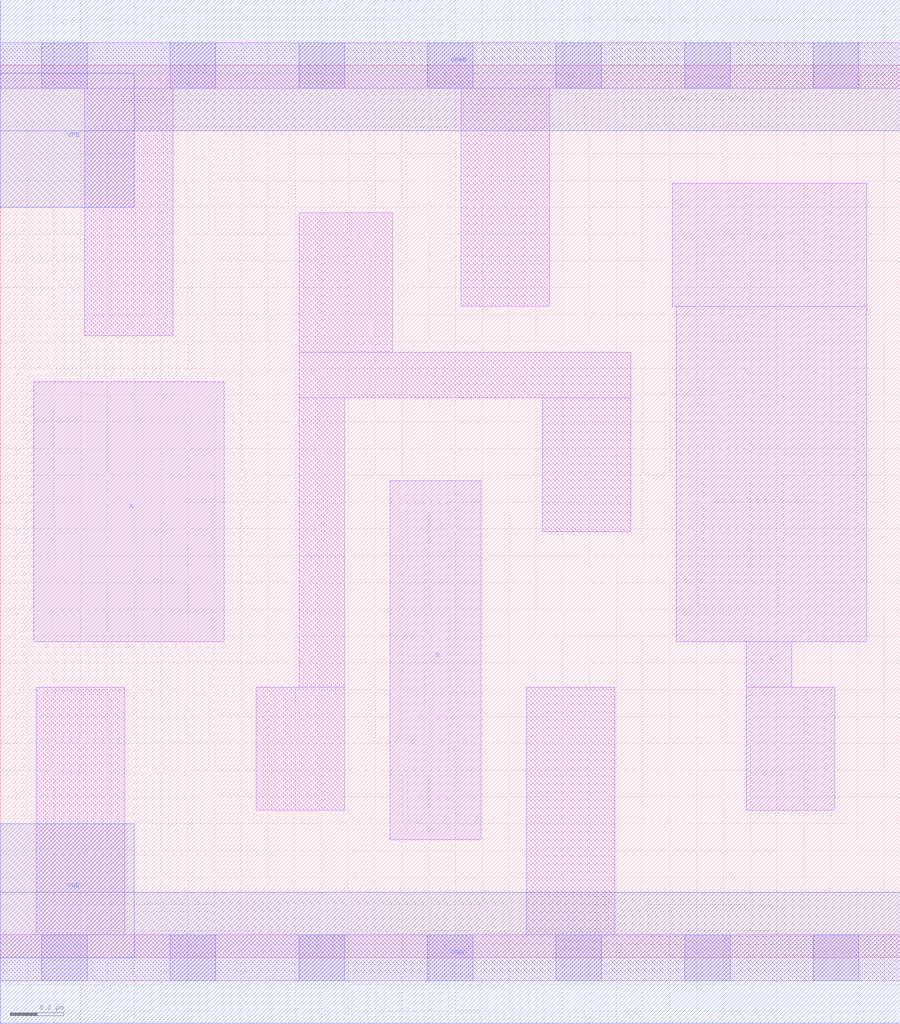
<source format=lef>
# Copyright 2020 The SkyWater PDK Authors
#
# Licensed under the Apache License, Version 2.0 (the "License");
# you may not use this file except in compliance with the License.
# You may obtain a copy of the License at
#
#     https://www.apache.org/licenses/LICENSE-2.0
#
# Unless required by applicable law or agreed to in writing, software
# distributed under the License is distributed on an "AS IS" BASIS,
# WITHOUT WARRANTIES OR CONDITIONS OF ANY KIND, either express or implied.
# See the License for the specific language governing permissions and
# limitations under the License.
#
# SPDX-License-Identifier: Apache-2.0

VERSION 5.5 ;
NAMESCASESENSITIVE ON ;
BUSBITCHARS "[]" ;
DIVIDERCHAR "/" ;
MACRO sky130_fd_sc_lp__or2_lp
  CLASS CORE ;
  SOURCE USER ;
  ORIGIN  0.000000  0.000000 ;
  SIZE  3.360000 BY  3.330000 ;
  SYMMETRY X Y R90 ;
  SITE unit ;
  PIN A
    ANTENNAGATEAREA  0.189000 ;
    DIRECTION INPUT ;
    USE SIGNAL ;
    PORT
      LAYER li1 ;
        RECT 0.125000 1.180000 0.835000 2.150000 ;
    END
  END A
  PIN B
    ANTENNAGATEAREA  0.189000 ;
    DIRECTION INPUT ;
    USE SIGNAL ;
    PORT
      LAYER li1 ;
        RECT 1.455000 0.440000 1.795000 1.780000 ;
    END
  END B
  PIN X
    ANTENNADIFFAREA  0.239400 ;
    DIRECTION OUTPUT ;
    USE SIGNAL ;
    PORT
      LAYER li1 ;
        RECT 2.510000 2.430000 3.235000 2.890000 ;
        RECT 2.525000 1.180000 3.235000 2.430000 ;
        RECT 2.785000 0.550000 3.115000 1.010000 ;
        RECT 2.785000 1.010000 2.955000 1.180000 ;
    END
  END X
  PIN VGND
    DIRECTION INOUT ;
    USE GROUND ;
    PORT
      LAYER met1 ;
        RECT 0.000000 -0.245000 3.360000 0.245000 ;
    END
  END VGND
  PIN VNB
    DIRECTION INOUT ;
    USE GROUND ;
    PORT
    END
  END VNB
  PIN VPB
    DIRECTION INOUT ;
    USE POWER ;
    PORT
    END
  END VPB
  PIN VNB
    DIRECTION INOUT ;
    USE GROUND ;
    PORT
      LAYER met1 ;
        RECT 0.000000 0.000000 0.500000 0.500000 ;
    END
  END VNB
  PIN VPB
    DIRECTION INOUT ;
    USE POWER ;
    PORT
      LAYER met1 ;
        RECT 0.000000 2.800000 0.500000 3.300000 ;
    END
  END VPB
  PIN VPWR
    DIRECTION INOUT ;
    USE POWER ;
    PORT
      LAYER met1 ;
        RECT 0.000000 3.085000 3.360000 3.575000 ;
    END
  END VPWR
  OBS
    LAYER li1 ;
      RECT 0.000000 -0.085000 3.360000 0.085000 ;
      RECT 0.000000  3.245000 3.360000 3.415000 ;
      RECT 0.135000  0.085000 0.465000 1.010000 ;
      RECT 0.315000  2.320000 0.645000 3.245000 ;
      RECT 0.955000  0.550000 1.285000 1.010000 ;
      RECT 1.115000  1.010000 1.285000 2.090000 ;
      RECT 1.115000  2.090000 2.355000 2.260000 ;
      RECT 1.115000  2.260000 1.465000 2.780000 ;
      RECT 1.720000  2.430000 2.050000 3.245000 ;
      RECT 1.965000  0.085000 2.295000 1.010000 ;
      RECT 2.025000  1.590000 2.355000 2.090000 ;
    LAYER mcon ;
      RECT 0.155000 -0.085000 0.325000 0.085000 ;
      RECT 0.155000  3.245000 0.325000 3.415000 ;
      RECT 0.635000 -0.085000 0.805000 0.085000 ;
      RECT 0.635000  3.245000 0.805000 3.415000 ;
      RECT 1.115000 -0.085000 1.285000 0.085000 ;
      RECT 1.115000  3.245000 1.285000 3.415000 ;
      RECT 1.595000 -0.085000 1.765000 0.085000 ;
      RECT 1.595000  3.245000 1.765000 3.415000 ;
      RECT 2.075000 -0.085000 2.245000 0.085000 ;
      RECT 2.075000  3.245000 2.245000 3.415000 ;
      RECT 2.555000 -0.085000 2.725000 0.085000 ;
      RECT 2.555000  3.245000 2.725000 3.415000 ;
      RECT 3.035000 -0.085000 3.205000 0.085000 ;
      RECT 3.035000  3.245000 3.205000 3.415000 ;
  END
END sky130_fd_sc_lp__or2_lp
END LIBRARY

</source>
